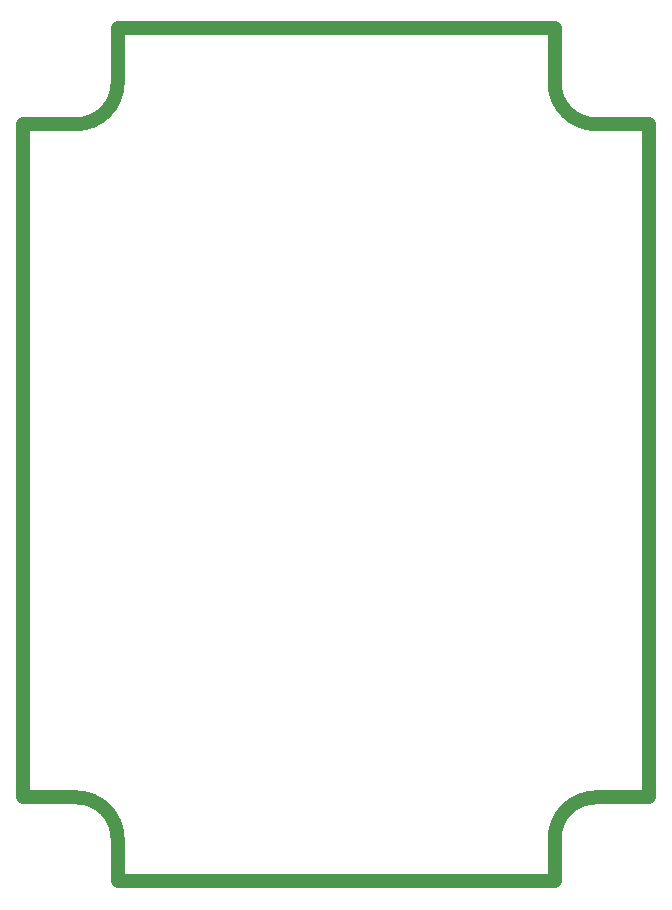
<source format=gko>
G04*
G04 #@! TF.GenerationSoftware,Altium Limited,Altium Designer,22.1.2 (22)*
G04*
G04 Layer_Color=16711935*
%FSLAX25Y25*%
%MOIN*%
G70*
G04*
G04 #@! TF.SameCoordinates,55BB0F9E-9583-49B5-81CB-360D1DA6D785*
G04*
G04*
G04 #@! TF.FilePolarity,Positive*
G04*
G01*
G75*
%ADD118C,0.04724*%
D118*
X30055Y269409D02*
G03*
X43835Y283189I0J13780D01*
G01*
X189504D02*
G03*
X203284Y269409I13780J0D01*
G01*
Y45000D02*
G03*
X189504Y31220I0J-13780D01*
G01*
X43835D02*
G03*
X30055Y45000I-13780J0D01*
G01*
X12339D02*
Y269409D01*
X30055D01*
X43835Y283189D02*
X43835D01*
X43835D02*
Y301299D01*
X189504D01*
Y283189D02*
Y301299D01*
X189504Y283189D02*
X189504D01*
X203284Y269409D02*
X221000D01*
Y45000D02*
Y269409D01*
X203284Y45000D02*
X221000D01*
X189504Y31220D02*
X189504D01*
Y17047D02*
Y31220D01*
X43835Y17047D02*
X189504D01*
X43835D02*
Y31220D01*
X43835D01*
X12339Y45000D02*
X30055D01*
M02*

</source>
